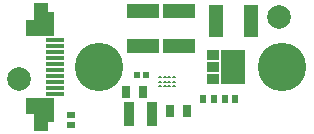
<source format=gts>
G04*
G04 #@! TF.GenerationSoftware,Altium Limited,Altium Designer,21.6.4 (81)*
G04*
G04 Layer_Color=8388736*
%FSLAX44Y44*%
%MOMM*%
G71*
G04*
G04 #@! TF.SameCoordinates,4107C3E3-393E-48B2-8F04-51D99C162D70*
G04*
G04*
G04 #@! TF.FilePolarity,Negative*
G04*
G01*
G75*
%ADD28C,0.1650*%
%ADD29R,1.5066X0.4066*%
%ADD30R,1.1016X1.1016*%
%ADD31R,0.6216X0.6216*%
%ADD32C,2.0000*%
%ADD33R,1.0516X0.8516*%
%ADD34R,2.1516X2.9016*%
%ADD35R,0.5516X0.6516*%
%ADD36R,0.6516X0.5516*%
%ADD37R,1.2516X2.8016*%
%ADD38R,0.8016X1.0016*%
%ADD39R,2.8016X1.2516*%
%ADD40R,0.9016X2.1016*%
%ADD41R,2.4016X1.3516*%
%ADD42R,1.2016X2.7516*%
%ADD43R,1.7016X2.0516*%
%ADD44R,1.7016X2.0516*%
%ADD45R,1.2016X2.7516*%
%ADD46C,4.1000*%
D28*
X146825Y37500D02*
X145175D01*
X146825D01*
X142825D02*
X141175D01*
X142825D01*
X138825D02*
X137175D01*
X138825D01*
X134825D02*
X133175D01*
X134825D01*
X146825Y41500D02*
X145175D01*
X146825D01*
X142825D02*
X141175D01*
X142825D01*
X138825D02*
X137175D01*
X138825D01*
X134825D02*
X133175D01*
X134825D01*
X146825Y33500D02*
X145175D01*
X146825D01*
X142825D02*
X141175D01*
X142825D01*
X138825D02*
X137175D01*
X138825D01*
X134825D02*
X133175D01*
X134825D01*
D29*
X44945Y27415D02*
D03*
D03*
Y32415D02*
D03*
Y37415D02*
D03*
Y42415D02*
D03*
Y47415D02*
D03*
Y52415D02*
D03*
Y57415D02*
D03*
Y62415D02*
D03*
Y67415D02*
D03*
Y72415D02*
D03*
D30*
X35135Y12925D02*
D03*
X35055Y87075D02*
D03*
D31*
X122250Y43500D02*
D03*
X114250D02*
D03*
D32*
X235000Y92000D02*
D03*
X15000Y40000D02*
D03*
D33*
X178750Y39750D02*
D03*
Y50000D02*
D03*
Y60250D02*
D03*
D34*
X196250Y50000D02*
D03*
D35*
X170500Y22500D02*
D03*
X179500D02*
D03*
X197750D02*
D03*
X188750D02*
D03*
D36*
X58500Y500D02*
D03*
Y9500D02*
D03*
D37*
X181500Y88500D02*
D03*
X211500D02*
D03*
D38*
X143000Y12500D02*
D03*
X157000D02*
D03*
X105500Y28500D02*
D03*
X119500D02*
D03*
D39*
X150000Y97500D02*
D03*
Y67500D02*
D03*
X120000D02*
D03*
Y97500D02*
D03*
D40*
X107500Y10000D02*
D03*
X127500D02*
D03*
D41*
X32445Y16665D02*
D03*
X32446Y83165D02*
D03*
D42*
X33445Y9665D02*
D03*
D43*
X35945Y13165D02*
D03*
D44*
X35945Y86665D02*
D03*
D45*
X33445Y90165D02*
D03*
D46*
X82500Y50000D02*
D03*
X237500D02*
D03*
M02*

</source>
